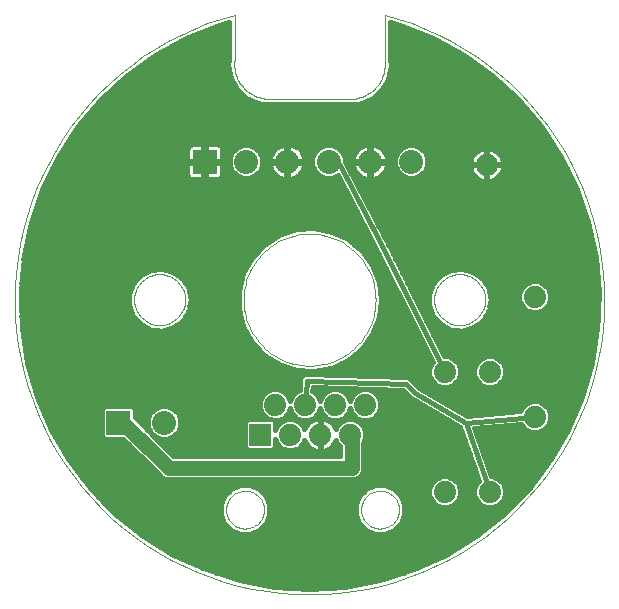
<source format=gbl>
G75*
G70*
%OFA0B0*%
%FSLAX24Y24*%
%IPPOS*%
%LPD*%
%AMOC8*
5,1,8,0,0,1.08239X$1,22.5*
%
%ADD10C,0.0010*%
%ADD11C,0.0740*%
%ADD12R,0.0740X0.0740*%
%ADD13C,0.0000*%
%ADD14R,0.0800X0.0800*%
%ADD15C,0.0800*%
%ADD16C,0.0150*%
%ADD17C,0.0160*%
%ADD18C,0.0300*%
%ADD19C,0.0500*%
D10*
X004130Y011392D02*
X004132Y011450D01*
X004138Y011508D01*
X004148Y011565D01*
X004162Y011621D01*
X004179Y011677D01*
X004200Y011731D01*
X004225Y011783D01*
X004254Y011834D01*
X004286Y011882D01*
X004321Y011928D01*
X004359Y011972D01*
X004400Y012013D01*
X004444Y012051D01*
X004490Y012086D01*
X004538Y012118D01*
X004589Y012147D01*
X004641Y012172D01*
X004695Y012193D01*
X004751Y012210D01*
X004807Y012224D01*
X004864Y012234D01*
X004922Y012240D01*
X004980Y012242D01*
X005038Y012240D01*
X005096Y012234D01*
X005153Y012224D01*
X005209Y012210D01*
X005265Y012193D01*
X005319Y012172D01*
X005371Y012147D01*
X005422Y012118D01*
X005470Y012086D01*
X005516Y012051D01*
X005560Y012013D01*
X005601Y011972D01*
X005639Y011928D01*
X005674Y011882D01*
X005706Y011834D01*
X005735Y011783D01*
X005760Y011731D01*
X005781Y011677D01*
X005798Y011621D01*
X005812Y011565D01*
X005822Y011508D01*
X005828Y011450D01*
X005830Y011392D01*
X005828Y011334D01*
X005822Y011276D01*
X005812Y011219D01*
X005798Y011163D01*
X005781Y011107D01*
X005760Y011053D01*
X005735Y011001D01*
X005706Y010950D01*
X005674Y010902D01*
X005639Y010856D01*
X005601Y010812D01*
X005560Y010771D01*
X005516Y010733D01*
X005470Y010698D01*
X005422Y010666D01*
X005371Y010637D01*
X005319Y010612D01*
X005265Y010591D01*
X005209Y010574D01*
X005153Y010560D01*
X005096Y010550D01*
X005038Y010544D01*
X004980Y010542D01*
X004922Y010544D01*
X004864Y010550D01*
X004807Y010560D01*
X004751Y010574D01*
X004695Y010591D01*
X004641Y010612D01*
X004589Y010637D01*
X004538Y010666D01*
X004490Y010698D01*
X004444Y010733D01*
X004400Y010771D01*
X004359Y010812D01*
X004321Y010856D01*
X004286Y010902D01*
X004254Y010950D01*
X004225Y011001D01*
X004200Y011053D01*
X004179Y011107D01*
X004162Y011163D01*
X004148Y011219D01*
X004138Y011276D01*
X004132Y011334D01*
X004130Y011392D01*
X007780Y011392D02*
X007783Y011500D01*
X007791Y011608D01*
X007804Y011715D01*
X007822Y011821D01*
X007846Y011927D01*
X007875Y012031D01*
X007909Y012133D01*
X007947Y012234D01*
X007991Y012333D01*
X008040Y012429D01*
X008093Y012523D01*
X008151Y012614D01*
X008213Y012703D01*
X008279Y012788D01*
X008350Y012869D01*
X008424Y012948D01*
X008503Y013022D01*
X008584Y013093D01*
X008669Y013159D01*
X008758Y013221D01*
X008849Y013279D01*
X008943Y013332D01*
X009039Y013381D01*
X009138Y013425D01*
X009239Y013463D01*
X009341Y013497D01*
X009445Y013526D01*
X009551Y013550D01*
X009657Y013568D01*
X009764Y013581D01*
X009872Y013589D01*
X009980Y013592D01*
X010088Y013589D01*
X010196Y013581D01*
X010303Y013568D01*
X010409Y013550D01*
X010515Y013526D01*
X010619Y013497D01*
X010721Y013463D01*
X010822Y013425D01*
X010921Y013381D01*
X011017Y013332D01*
X011111Y013279D01*
X011202Y013221D01*
X011291Y013159D01*
X011376Y013093D01*
X011457Y013022D01*
X011536Y012948D01*
X011610Y012869D01*
X011681Y012788D01*
X011747Y012703D01*
X011809Y012614D01*
X011867Y012523D01*
X011920Y012429D01*
X011969Y012333D01*
X012013Y012234D01*
X012051Y012133D01*
X012085Y012031D01*
X012114Y011927D01*
X012138Y011821D01*
X012156Y011715D01*
X012169Y011608D01*
X012177Y011500D01*
X012180Y011392D01*
X012177Y011284D01*
X012169Y011176D01*
X012156Y011069D01*
X012138Y010963D01*
X012114Y010857D01*
X012085Y010753D01*
X012051Y010651D01*
X012013Y010550D01*
X011969Y010451D01*
X011920Y010355D01*
X011867Y010261D01*
X011809Y010170D01*
X011747Y010081D01*
X011681Y009996D01*
X011610Y009915D01*
X011536Y009836D01*
X011457Y009762D01*
X011376Y009691D01*
X011291Y009625D01*
X011202Y009563D01*
X011111Y009505D01*
X011017Y009452D01*
X010921Y009403D01*
X010822Y009359D01*
X010721Y009321D01*
X010619Y009287D01*
X010515Y009258D01*
X010409Y009234D01*
X010303Y009216D01*
X010196Y009203D01*
X010088Y009195D01*
X009980Y009192D01*
X009872Y009195D01*
X009764Y009203D01*
X009657Y009216D01*
X009551Y009234D01*
X009445Y009258D01*
X009341Y009287D01*
X009239Y009321D01*
X009138Y009359D01*
X009039Y009403D01*
X008943Y009452D01*
X008849Y009505D01*
X008758Y009563D01*
X008669Y009625D01*
X008584Y009691D01*
X008503Y009762D01*
X008424Y009836D01*
X008350Y009915D01*
X008279Y009996D01*
X008213Y010081D01*
X008151Y010170D01*
X008093Y010261D01*
X008040Y010355D01*
X007991Y010451D01*
X007947Y010550D01*
X007909Y010651D01*
X007875Y010753D01*
X007846Y010857D01*
X007822Y010963D01*
X007804Y011069D01*
X007791Y011176D01*
X007783Y011284D01*
X007780Y011392D01*
X007480Y020892D02*
X007019Y020758D01*
X006565Y020602D01*
X006119Y020424D01*
X005682Y020225D01*
X005256Y020004D01*
X004840Y019763D01*
X004437Y019502D01*
X004048Y019221D01*
X003672Y018922D01*
X003312Y018605D01*
X002967Y018270D01*
X002640Y017920D01*
X002329Y017553D01*
X002037Y017172D01*
X001764Y016777D01*
X001511Y016369D01*
X001278Y015949D01*
X001066Y015518D01*
X000875Y015078D01*
X000705Y014629D01*
X000558Y014171D01*
X000434Y013708D01*
X000332Y013238D01*
X000253Y012765D01*
X000198Y012288D01*
X000166Y011809D01*
X000157Y011329D01*
X000172Y010849D01*
X000210Y010370D01*
X000272Y009894D01*
X000357Y009421D01*
X000465Y008953D01*
X000595Y008491D01*
X000748Y008036D01*
X000923Y007589D01*
X001120Y007151D01*
X001337Y006723D01*
X001576Y006306D01*
X001835Y005902D01*
X002113Y005510D01*
X002409Y005133D01*
X002724Y004770D01*
X003057Y004424D01*
X003405Y004094D01*
X003770Y003781D01*
X004149Y003487D01*
X004542Y003211D01*
X004949Y002955D01*
X005367Y002720D01*
X005796Y002505D01*
X006236Y002311D01*
X006684Y002139D01*
X007140Y001989D01*
X007603Y001861D01*
X008071Y001756D01*
X008545Y001674D01*
X009021Y001616D01*
X009500Y001581D01*
X009980Y001569D01*
X010460Y001581D01*
X010939Y001616D01*
X011415Y001674D01*
X011889Y001756D01*
X012357Y001861D01*
X012820Y001989D01*
X013276Y002139D01*
X013724Y002311D01*
X014164Y002505D01*
X014593Y002720D01*
X015011Y002955D01*
X015418Y003211D01*
X015811Y003487D01*
X016190Y003781D01*
X016555Y004094D01*
X016903Y004424D01*
X017236Y004770D01*
X017551Y005133D01*
X017847Y005510D01*
X018125Y005902D01*
X018384Y006306D01*
X018623Y006723D01*
X018840Y007151D01*
X019037Y007589D01*
X019212Y008036D01*
X019365Y008491D01*
X019495Y008953D01*
X019603Y009421D01*
X019688Y009894D01*
X019750Y010370D01*
X019788Y010849D01*
X019803Y011329D01*
X019794Y011809D01*
X019762Y012288D01*
X019707Y012765D01*
X019628Y013238D01*
X019526Y013708D01*
X019402Y014171D01*
X019255Y014629D01*
X019085Y015078D01*
X018894Y015518D01*
X018682Y015949D01*
X018449Y016369D01*
X018196Y016777D01*
X017923Y017172D01*
X017631Y017553D01*
X017320Y017920D01*
X016993Y018270D01*
X016648Y018605D01*
X016288Y018922D01*
X015912Y019221D01*
X015523Y019502D01*
X015120Y019763D01*
X014704Y020004D01*
X014278Y020225D01*
X013841Y020424D01*
X013395Y020602D01*
X012941Y020758D01*
X012480Y020892D01*
X012480Y019392D01*
X012487Y019327D01*
X012490Y019262D01*
X012489Y019197D01*
X012485Y019132D01*
X012477Y019068D01*
X012465Y019004D01*
X012450Y018940D01*
X012431Y018878D01*
X012409Y018817D01*
X012384Y018757D01*
X012355Y018699D01*
X012323Y018642D01*
X012288Y018587D01*
X012249Y018535D01*
X012208Y018484D01*
X012164Y018436D01*
X012118Y018391D01*
X012069Y018348D01*
X012018Y018308D01*
X011964Y018271D01*
X011909Y018237D01*
X011852Y018206D01*
X011793Y018178D01*
X011732Y018154D01*
X011671Y018133D01*
X011608Y018116D01*
X011544Y018102D01*
X011480Y018092D01*
X008480Y018092D01*
X008416Y018102D01*
X008352Y018116D01*
X008289Y018133D01*
X008228Y018154D01*
X008167Y018178D01*
X008108Y018206D01*
X008051Y018237D01*
X007996Y018271D01*
X007942Y018308D01*
X007891Y018348D01*
X007842Y018391D01*
X007796Y018436D01*
X007752Y018484D01*
X007711Y018535D01*
X007672Y018587D01*
X007637Y018642D01*
X007605Y018699D01*
X007576Y018757D01*
X007551Y018817D01*
X007529Y018878D01*
X007510Y018940D01*
X007495Y019004D01*
X007483Y019068D01*
X007475Y019132D01*
X007471Y019197D01*
X007470Y019262D01*
X007473Y019327D01*
X007480Y019392D01*
X007480Y020892D01*
X014130Y011392D02*
X014132Y011450D01*
X014138Y011508D01*
X014148Y011565D01*
X014162Y011621D01*
X014179Y011677D01*
X014200Y011731D01*
X014225Y011783D01*
X014254Y011834D01*
X014286Y011882D01*
X014321Y011928D01*
X014359Y011972D01*
X014400Y012013D01*
X014444Y012051D01*
X014490Y012086D01*
X014538Y012118D01*
X014589Y012147D01*
X014641Y012172D01*
X014695Y012193D01*
X014751Y012210D01*
X014807Y012224D01*
X014864Y012234D01*
X014922Y012240D01*
X014980Y012242D01*
X015038Y012240D01*
X015096Y012234D01*
X015153Y012224D01*
X015209Y012210D01*
X015265Y012193D01*
X015319Y012172D01*
X015371Y012147D01*
X015422Y012118D01*
X015470Y012086D01*
X015516Y012051D01*
X015560Y012013D01*
X015601Y011972D01*
X015639Y011928D01*
X015674Y011882D01*
X015706Y011834D01*
X015735Y011783D01*
X015760Y011731D01*
X015781Y011677D01*
X015798Y011621D01*
X015812Y011565D01*
X015822Y011508D01*
X015828Y011450D01*
X015830Y011392D01*
X015828Y011334D01*
X015822Y011276D01*
X015812Y011219D01*
X015798Y011163D01*
X015781Y011107D01*
X015760Y011053D01*
X015735Y011001D01*
X015706Y010950D01*
X015674Y010902D01*
X015639Y010856D01*
X015601Y010812D01*
X015560Y010771D01*
X015516Y010733D01*
X015470Y010698D01*
X015422Y010666D01*
X015371Y010637D01*
X015319Y010612D01*
X015265Y010591D01*
X015209Y010574D01*
X015153Y010560D01*
X015096Y010550D01*
X015038Y010544D01*
X014980Y010542D01*
X014922Y010544D01*
X014864Y010550D01*
X014807Y010560D01*
X014751Y010574D01*
X014695Y010591D01*
X014641Y010612D01*
X014589Y010637D01*
X014538Y010666D01*
X014490Y010698D01*
X014444Y010733D01*
X014400Y010771D01*
X014359Y010812D01*
X014321Y010856D01*
X014286Y010902D01*
X014254Y010950D01*
X014225Y011001D01*
X014200Y011053D01*
X014179Y011107D01*
X014162Y011163D01*
X014148Y011219D01*
X014138Y011276D01*
X014132Y011334D01*
X014130Y011392D01*
D11*
X014480Y008992D03*
X015980Y008992D03*
X017480Y007492D03*
X015980Y004992D03*
X014480Y004992D03*
X011830Y007892D03*
X010830Y007892D03*
X009830Y007892D03*
X008830Y007892D03*
X009330Y006892D03*
X010330Y006892D03*
X011330Y006892D03*
X017480Y011492D03*
X015880Y015892D03*
D12*
X008330Y006892D03*
D13*
X007200Y004392D02*
X007202Y004442D01*
X007208Y004492D01*
X007218Y004541D01*
X007232Y004589D01*
X007249Y004636D01*
X007270Y004681D01*
X007295Y004725D01*
X007323Y004766D01*
X007355Y004805D01*
X007389Y004842D01*
X007426Y004876D01*
X007466Y004906D01*
X007508Y004933D01*
X007552Y004957D01*
X007598Y004978D01*
X007645Y004994D01*
X007693Y005007D01*
X007743Y005016D01*
X007792Y005021D01*
X007843Y005022D01*
X007893Y005019D01*
X007942Y005012D01*
X007991Y005001D01*
X008039Y004986D01*
X008085Y004968D01*
X008130Y004946D01*
X008173Y004920D01*
X008214Y004891D01*
X008253Y004859D01*
X008289Y004824D01*
X008321Y004786D01*
X008351Y004746D01*
X008378Y004703D01*
X008401Y004659D01*
X008420Y004613D01*
X008436Y004565D01*
X008448Y004516D01*
X008456Y004467D01*
X008460Y004417D01*
X008460Y004367D01*
X008456Y004317D01*
X008448Y004268D01*
X008436Y004219D01*
X008420Y004171D01*
X008401Y004125D01*
X008378Y004081D01*
X008351Y004038D01*
X008321Y003998D01*
X008289Y003960D01*
X008253Y003925D01*
X008214Y003893D01*
X008173Y003864D01*
X008130Y003838D01*
X008085Y003816D01*
X008039Y003798D01*
X007991Y003783D01*
X007942Y003772D01*
X007893Y003765D01*
X007843Y003762D01*
X007792Y003763D01*
X007743Y003768D01*
X007693Y003777D01*
X007645Y003790D01*
X007598Y003806D01*
X007552Y003827D01*
X007508Y003851D01*
X007466Y003878D01*
X007426Y003908D01*
X007389Y003942D01*
X007355Y003979D01*
X007323Y004018D01*
X007295Y004059D01*
X007270Y004103D01*
X007249Y004148D01*
X007232Y004195D01*
X007218Y004243D01*
X007208Y004292D01*
X007202Y004342D01*
X007200Y004392D01*
X011700Y004392D02*
X011702Y004442D01*
X011708Y004492D01*
X011718Y004541D01*
X011732Y004589D01*
X011749Y004636D01*
X011770Y004681D01*
X011795Y004725D01*
X011823Y004766D01*
X011855Y004805D01*
X011889Y004842D01*
X011926Y004876D01*
X011966Y004906D01*
X012008Y004933D01*
X012052Y004957D01*
X012098Y004978D01*
X012145Y004994D01*
X012193Y005007D01*
X012243Y005016D01*
X012292Y005021D01*
X012343Y005022D01*
X012393Y005019D01*
X012442Y005012D01*
X012491Y005001D01*
X012539Y004986D01*
X012585Y004968D01*
X012630Y004946D01*
X012673Y004920D01*
X012714Y004891D01*
X012753Y004859D01*
X012789Y004824D01*
X012821Y004786D01*
X012851Y004746D01*
X012878Y004703D01*
X012901Y004659D01*
X012920Y004613D01*
X012936Y004565D01*
X012948Y004516D01*
X012956Y004467D01*
X012960Y004417D01*
X012960Y004367D01*
X012956Y004317D01*
X012948Y004268D01*
X012936Y004219D01*
X012920Y004171D01*
X012901Y004125D01*
X012878Y004081D01*
X012851Y004038D01*
X012821Y003998D01*
X012789Y003960D01*
X012753Y003925D01*
X012714Y003893D01*
X012673Y003864D01*
X012630Y003838D01*
X012585Y003816D01*
X012539Y003798D01*
X012491Y003783D01*
X012442Y003772D01*
X012393Y003765D01*
X012343Y003762D01*
X012292Y003763D01*
X012243Y003768D01*
X012193Y003777D01*
X012145Y003790D01*
X012098Y003806D01*
X012052Y003827D01*
X012008Y003851D01*
X011966Y003878D01*
X011926Y003908D01*
X011889Y003942D01*
X011855Y003979D01*
X011823Y004018D01*
X011795Y004059D01*
X011770Y004103D01*
X011749Y004148D01*
X011732Y004195D01*
X011718Y004243D01*
X011708Y004292D01*
X011702Y004342D01*
X011700Y004392D01*
D14*
X003610Y007292D03*
X006480Y015992D03*
D15*
X007858Y015992D03*
X009236Y015992D03*
X010614Y015992D03*
X011992Y015992D03*
X013370Y015992D03*
X005128Y007292D03*
D16*
X009830Y007892D02*
X009880Y008692D01*
X013180Y008592D01*
X013480Y008292D01*
X015180Y007292D01*
X017480Y007492D01*
X015180Y007292D02*
X015980Y004992D01*
X014480Y008992D02*
X012280Y013392D01*
X010980Y015892D01*
X010614Y015992D01*
X009236Y015992D02*
X009180Y017092D01*
X011980Y017092D01*
X015880Y017092D01*
X015880Y015892D01*
X011992Y015992D02*
X011980Y017092D01*
X009180Y017092D02*
X006480Y017092D01*
X006480Y015992D01*
D17*
X007035Y004194D02*
X003577Y004194D01*
X003506Y004251D02*
X002681Y005097D01*
X001965Y006038D01*
X001370Y007060D01*
X000904Y008146D01*
X000575Y009282D01*
X000388Y010449D01*
X000344Y011631D01*
X000446Y012808D01*
X000691Y013965D01*
X001076Y015083D01*
X001595Y016145D01*
X002240Y017136D01*
X003001Y018040D01*
X003868Y018845D01*
X004826Y019537D01*
X005862Y020106D01*
X006960Y020545D01*
X007295Y020644D01*
X007295Y019404D01*
X007269Y019205D01*
X007269Y019205D01*
X007347Y018786D01*
X007551Y018412D01*
X007551Y018412D01*
X007860Y018119D01*
X007860Y018119D01*
X008245Y017936D01*
X008394Y017917D01*
X008403Y017907D01*
X008468Y017907D01*
X008532Y017899D01*
X008543Y017907D01*
X011417Y017907D01*
X011428Y017899D01*
X011492Y017907D01*
X011557Y017907D01*
X011566Y017917D01*
X011715Y017936D01*
X012100Y018119D01*
X012409Y018412D01*
X012613Y018786D01*
X012691Y019205D01*
X012665Y019404D01*
X012665Y020644D01*
X013000Y020545D01*
X014098Y020106D01*
X015134Y019537D01*
X016092Y018845D01*
X016959Y018040D01*
X017720Y017136D01*
X018365Y016145D01*
X018884Y015083D01*
X019269Y013965D01*
X019514Y012808D01*
X019616Y011631D01*
X019572Y010449D01*
X019385Y009282D01*
X019056Y008146D01*
X018590Y007060D01*
X017995Y006038D01*
X017279Y005097D01*
X016454Y004251D01*
X015531Y003512D01*
X014524Y002892D01*
X013449Y002399D01*
X012322Y002042D01*
X011160Y001826D01*
X009980Y001753D01*
X008800Y001826D01*
X007638Y002042D01*
X006511Y002399D01*
X005436Y002892D01*
X004429Y003512D01*
X003506Y004251D01*
X003407Y004353D02*
X007020Y004353D01*
X007020Y004231D02*
X007143Y003933D01*
X007371Y003705D01*
X007669Y003582D01*
X007991Y003582D01*
X008289Y003705D01*
X008517Y003933D01*
X008640Y004231D01*
X008640Y004553D01*
X008517Y004851D01*
X008289Y005079D01*
X007991Y005202D01*
X007669Y005202D01*
X007371Y005079D01*
X007143Y004851D01*
X007020Y004553D01*
X007020Y004231D01*
X007101Y004036D02*
X003775Y004036D01*
X003973Y003877D02*
X007199Y003877D01*
X007358Y003719D02*
X004171Y003719D01*
X004369Y003560D02*
X015591Y003560D01*
X015789Y003719D02*
X012802Y003719D01*
X012789Y003705D02*
X013017Y003933D01*
X013140Y004231D01*
X013140Y004553D01*
X013017Y004851D01*
X012789Y005079D01*
X012491Y005202D01*
X012169Y005202D01*
X011871Y005079D01*
X011643Y004851D01*
X011520Y004553D01*
X011520Y004231D01*
X011643Y003933D01*
X011871Y003705D01*
X012169Y003582D01*
X012491Y003582D01*
X012789Y003705D01*
X012961Y003877D02*
X015987Y003877D01*
X016185Y004036D02*
X013059Y004036D01*
X013125Y004194D02*
X016383Y004194D01*
X016553Y004353D02*
X013140Y004353D01*
X013140Y004511D02*
X014307Y004511D01*
X014379Y004482D02*
X014581Y004482D01*
X014769Y004560D01*
X014912Y004703D01*
X014990Y004891D01*
X014990Y005093D01*
X014912Y005281D01*
X014769Y005424D01*
X014581Y005502D01*
X014379Y005502D01*
X014191Y005424D01*
X014048Y005281D01*
X013970Y005093D01*
X013970Y004891D01*
X014048Y004703D01*
X014191Y004560D01*
X014379Y004482D01*
X014081Y004670D02*
X013091Y004670D01*
X013026Y004828D02*
X013996Y004828D01*
X013970Y004987D02*
X012880Y004987D01*
X012627Y005145D02*
X013992Y005145D01*
X014071Y005304D02*
X002524Y005304D01*
X002644Y005145D02*
X007533Y005145D01*
X007280Y004987D02*
X002788Y004987D01*
X002943Y004828D02*
X007134Y004828D01*
X007069Y004670D02*
X003098Y004670D01*
X003252Y004511D02*
X007020Y004511D01*
X008127Y005145D02*
X012033Y005145D01*
X011780Y004987D02*
X008380Y004987D01*
X008526Y004828D02*
X011634Y004828D01*
X011569Y004670D02*
X008591Y004670D01*
X008640Y004511D02*
X011520Y004511D01*
X011520Y004353D02*
X008640Y004353D01*
X008625Y004194D02*
X011535Y004194D01*
X011601Y004036D02*
X008559Y004036D01*
X008461Y003877D02*
X011699Y003877D01*
X011858Y003719D02*
X008302Y003719D01*
X007349Y002134D02*
X012611Y002134D01*
X013112Y002292D02*
X006848Y002292D01*
X006398Y002451D02*
X013562Y002451D01*
X013908Y002609D02*
X006052Y002609D01*
X005706Y002768D02*
X014254Y002768D01*
X014580Y002926D02*
X005380Y002926D01*
X005123Y003085D02*
X014837Y003085D01*
X015095Y003243D02*
X004865Y003243D01*
X004608Y003402D02*
X015352Y003402D01*
X015807Y004511D02*
X014653Y004511D01*
X014879Y004670D02*
X015581Y004670D01*
X015548Y004703D02*
X015691Y004560D01*
X015879Y004482D01*
X016081Y004482D01*
X016269Y004560D01*
X016412Y004703D01*
X016490Y004891D01*
X016490Y005093D01*
X016412Y005281D01*
X016269Y005424D01*
X016081Y005502D01*
X016030Y005502D01*
X015474Y007102D01*
X017033Y007237D01*
X017048Y007203D01*
X017191Y007060D01*
X017379Y006982D01*
X017581Y006982D01*
X017769Y007060D01*
X017912Y007203D01*
X017990Y007391D01*
X017990Y007593D01*
X017912Y007781D01*
X017769Y007924D01*
X017581Y008002D01*
X017379Y008002D01*
X017191Y007924D01*
X017048Y007781D01*
X017000Y007666D01*
X015230Y007512D01*
X013613Y008463D01*
X013334Y008742D01*
X013276Y008804D01*
X013272Y008804D01*
X013269Y008807D01*
X013183Y008807D01*
X009890Y008907D01*
X009805Y008912D01*
X009802Y008909D01*
X009797Y008910D01*
X009735Y008851D01*
X009671Y008794D01*
X009671Y008790D01*
X009668Y008787D01*
X009665Y008702D01*
X009644Y008367D01*
X009541Y008324D01*
X009398Y008181D01*
X009330Y008018D01*
X009262Y008181D01*
X009119Y008324D01*
X008931Y008402D01*
X008729Y008402D01*
X008541Y008324D01*
X008398Y008181D01*
X008320Y007993D01*
X008320Y007791D01*
X008398Y007603D01*
X008541Y007460D01*
X008680Y007402D01*
X007902Y007402D01*
X007820Y007320D01*
X007820Y006464D01*
X007902Y006382D01*
X008758Y006382D01*
X008840Y006464D01*
X008840Y006742D01*
X008898Y006603D01*
X009041Y006460D01*
X009229Y006382D01*
X009431Y006382D01*
X009619Y006460D01*
X009762Y006603D01*
X009809Y006716D01*
X009820Y006681D01*
X009860Y006604D01*
X009910Y006534D01*
X009972Y006472D01*
X010042Y006422D01*
X010119Y006382D01*
X010201Y006356D01*
X010287Y006342D01*
X010312Y006342D01*
X010312Y006874D01*
X010348Y006874D01*
X010348Y006342D01*
X010373Y006342D01*
X010459Y006356D01*
X010541Y006382D01*
X010618Y006422D01*
X010688Y006472D01*
X010750Y006534D01*
X010800Y006604D01*
X010840Y006681D01*
X010851Y006716D01*
X010898Y006603D01*
X010990Y006511D01*
X010990Y006182D01*
X005442Y006182D01*
X004150Y007474D01*
X004150Y007750D01*
X004068Y007832D01*
X003736Y007832D01*
X003688Y007852D01*
X003532Y007852D01*
X003484Y007832D01*
X003152Y007832D01*
X003070Y007750D01*
X003070Y006834D01*
X003152Y006752D01*
X003768Y006752D01*
X004949Y005571D01*
X005059Y005461D01*
X005202Y005402D01*
X011458Y005402D01*
X011601Y005461D01*
X011711Y005571D01*
X011770Y005714D01*
X011770Y006622D01*
X011840Y006791D01*
X011840Y006993D01*
X011762Y007181D01*
X011619Y007324D01*
X011431Y007402D01*
X011229Y007402D01*
X011041Y007324D01*
X010898Y007181D01*
X010851Y007068D01*
X010840Y007103D01*
X010800Y007180D01*
X010750Y007250D01*
X010688Y007311D01*
X010618Y007362D01*
X010541Y007402D01*
X010459Y007428D01*
X010373Y007442D01*
X010348Y007442D01*
X010348Y006910D01*
X010312Y006910D01*
X010312Y007442D01*
X010287Y007442D01*
X010201Y007428D01*
X010119Y007402D01*
X010042Y007362D01*
X009972Y007311D01*
X009910Y007250D01*
X009860Y007180D01*
X009820Y007103D01*
X009809Y007068D01*
X009762Y007181D01*
X009619Y007324D01*
X009431Y007402D01*
X009229Y007402D01*
X009041Y007324D01*
X008898Y007181D01*
X008840Y007042D01*
X008840Y007320D01*
X008778Y007382D01*
X008931Y007382D01*
X009119Y007460D01*
X009262Y007603D01*
X009330Y007766D01*
X009398Y007603D01*
X009541Y007460D01*
X009729Y007382D01*
X009931Y007382D01*
X010119Y007460D01*
X010262Y007603D01*
X010330Y007766D01*
X010398Y007603D01*
X010541Y007460D01*
X010729Y007382D01*
X010931Y007382D01*
X011119Y007460D01*
X011262Y007603D01*
X011330Y007766D01*
X011398Y007603D01*
X011541Y007460D01*
X011729Y007382D01*
X011931Y007382D01*
X012119Y007460D01*
X012262Y007603D01*
X012340Y007791D01*
X012340Y007993D01*
X012262Y008181D01*
X012119Y008324D01*
X011931Y008402D01*
X011729Y008402D01*
X011541Y008324D01*
X011398Y008181D01*
X011330Y008018D01*
X011262Y008181D01*
X011119Y008324D01*
X010931Y008402D01*
X010729Y008402D01*
X010541Y008324D01*
X010398Y008181D01*
X010330Y008018D01*
X010262Y008181D01*
X010119Y008324D01*
X010074Y008343D01*
X010082Y008471D01*
X013088Y008380D01*
X013287Y008181D01*
X013294Y008152D01*
X013347Y008121D01*
X013391Y008077D01*
X013421Y008077D01*
X015003Y007147D01*
X015625Y005358D01*
X015548Y005281D01*
X015470Y005093D01*
X015470Y004891D01*
X015548Y004703D01*
X015496Y004828D02*
X014964Y004828D01*
X014990Y004987D02*
X015470Y004987D01*
X015492Y005145D02*
X014968Y005145D01*
X014889Y005304D02*
X015571Y005304D01*
X015589Y005462D02*
X014677Y005462D01*
X014283Y005462D02*
X011602Y005462D01*
X011731Y005621D02*
X015534Y005621D01*
X015478Y005779D02*
X011770Y005779D01*
X011770Y005938D02*
X015423Y005938D01*
X015368Y006096D02*
X011770Y006096D01*
X011770Y006255D02*
X015313Y006255D01*
X015258Y006413D02*
X011770Y006413D01*
X011770Y006572D02*
X015203Y006572D01*
X015148Y006730D02*
X011815Y006730D01*
X011840Y006889D02*
X015093Y006889D01*
X015037Y007047D02*
X011818Y007047D01*
X011737Y007206D02*
X014902Y007206D01*
X015211Y007523D02*
X015355Y007523D01*
X014942Y007681D02*
X017006Y007681D01*
X017107Y007840D02*
X014672Y007840D01*
X014403Y007998D02*
X017370Y007998D01*
X017590Y007998D02*
X018992Y007998D01*
X018924Y007840D02*
X017853Y007840D01*
X017954Y007681D02*
X018856Y007681D01*
X018789Y007523D02*
X017990Y007523D01*
X017979Y007364D02*
X018721Y007364D01*
X018653Y007206D02*
X017914Y007206D01*
X017740Y007047D02*
X018583Y007047D01*
X018491Y006889D02*
X015548Y006889D01*
X015603Y006730D02*
X018398Y006730D01*
X018306Y006572D02*
X015658Y006572D01*
X015713Y006413D02*
X018214Y006413D01*
X018121Y006255D02*
X015768Y006255D01*
X015823Y006096D02*
X018029Y006096D01*
X017919Y005938D02*
X015879Y005938D01*
X015934Y005779D02*
X017798Y005779D01*
X017678Y005621D02*
X015989Y005621D01*
X016177Y005462D02*
X017557Y005462D01*
X017436Y005304D02*
X016389Y005304D01*
X016468Y005145D02*
X017316Y005145D01*
X017172Y004987D02*
X016490Y004987D01*
X016464Y004828D02*
X017017Y004828D01*
X016862Y004670D02*
X016379Y004670D01*
X016153Y004511D02*
X016708Y004511D01*
X017220Y007047D02*
X015493Y007047D01*
X014633Y007364D02*
X011522Y007364D01*
X011478Y007523D02*
X011182Y007523D01*
X011138Y007364D02*
X010614Y007364D01*
X010478Y007523D02*
X010182Y007523D01*
X010295Y007681D02*
X010365Y007681D01*
X010348Y007364D02*
X010312Y007364D01*
X010312Y007206D02*
X010348Y007206D01*
X010348Y007047D02*
X010312Y007047D01*
X010046Y007364D02*
X009522Y007364D01*
X009478Y007523D02*
X009182Y007523D01*
X009138Y007364D02*
X008795Y007364D01*
X008840Y007206D02*
X008923Y007206D01*
X008842Y007047D02*
X008840Y007047D01*
X008840Y006730D02*
X008845Y006730D01*
X008840Y006572D02*
X008929Y006572D01*
X008790Y006413D02*
X009152Y006413D01*
X009508Y006413D02*
X010058Y006413D01*
X009883Y006572D02*
X009731Y006572D01*
X010312Y006572D02*
X010348Y006572D01*
X010348Y006730D02*
X010312Y006730D01*
X010312Y006413D02*
X010348Y006413D01*
X010602Y006413D02*
X010990Y006413D01*
X010990Y006255D02*
X005369Y006255D01*
X005210Y006413D02*
X007870Y006413D01*
X007820Y006572D02*
X005052Y006572D01*
X005021Y006752D02*
X004822Y006834D01*
X004670Y006986D01*
X004588Y007185D01*
X004588Y007399D01*
X004670Y007598D01*
X004822Y007750D01*
X005021Y007832D01*
X005235Y007832D01*
X005434Y007750D01*
X005586Y007598D01*
X005668Y007399D01*
X005668Y007185D01*
X005586Y006986D01*
X005434Y006834D01*
X005235Y006752D01*
X005021Y006752D01*
X004893Y006730D02*
X007820Y006730D01*
X007820Y006889D02*
X005489Y006889D01*
X005611Y007047D02*
X007820Y007047D01*
X007820Y007206D02*
X005668Y007206D01*
X005668Y007364D02*
X007865Y007364D01*
X008365Y007681D02*
X005502Y007681D01*
X005617Y007523D02*
X008478Y007523D01*
X008320Y007840D02*
X003716Y007840D01*
X003504Y007840D02*
X001036Y007840D01*
X001104Y007681D02*
X003070Y007681D01*
X003070Y007523D02*
X001171Y007523D01*
X001239Y007364D02*
X003070Y007364D01*
X003070Y007206D02*
X001307Y007206D01*
X001377Y007047D02*
X003070Y007047D01*
X003070Y006889D02*
X001469Y006889D01*
X001562Y006730D02*
X003790Y006730D01*
X003948Y006572D02*
X001654Y006572D01*
X001746Y006413D02*
X004107Y006413D01*
X004265Y006255D02*
X001839Y006255D01*
X001931Y006096D02*
X004424Y006096D01*
X004582Y005938D02*
X002041Y005938D01*
X002162Y005779D02*
X004741Y005779D01*
X004899Y005621D02*
X002282Y005621D01*
X002403Y005462D02*
X005058Y005462D01*
X004949Y005571D02*
X004949Y005571D01*
X004767Y006889D02*
X004735Y006889D01*
X004645Y007047D02*
X004576Y007047D01*
X004588Y007206D02*
X004418Y007206D01*
X004259Y007364D02*
X004588Y007364D01*
X004639Y007523D02*
X004150Y007523D01*
X004150Y007681D02*
X004754Y007681D01*
X005075Y010361D02*
X004697Y010396D01*
X004697Y010396D01*
X004356Y010566D01*
X004356Y010566D01*
X004100Y010847D01*
X004100Y010847D01*
X003963Y011202D01*
X003963Y011582D01*
X004100Y011937D01*
X004100Y011937D01*
X004356Y012218D01*
X004356Y012218D01*
X004697Y012387D01*
X004697Y012387D01*
X005075Y012423D01*
X005075Y012423D01*
X005441Y012318D01*
X005441Y012318D01*
X005745Y012089D01*
X005745Y012089D01*
X005945Y011766D01*
X005945Y011766D01*
X006015Y011392D01*
X006015Y011392D01*
X005945Y011018D01*
X005745Y010695D01*
X005745Y010695D01*
X005745Y010695D01*
X005441Y010465D01*
X005441Y010465D01*
X005075Y010361D01*
X005075Y010361D01*
X005127Y010376D02*
X007838Y010376D01*
X007762Y010514D02*
X008050Y009990D01*
X008460Y009554D01*
X008965Y009234D01*
X009533Y009049D01*
X010130Y009012D01*
X010717Y009124D01*
X011258Y009378D01*
X011719Y009759D01*
X012070Y010243D01*
X012290Y010799D01*
X012365Y011392D01*
X012290Y011985D01*
X012290Y011985D01*
X012070Y012541D01*
X011719Y013025D01*
X011258Y013406D01*
X010717Y013660D01*
X010130Y013772D01*
X010130Y013772D01*
X009533Y013735D01*
X008965Y013550D01*
X008965Y013550D01*
X008460Y013230D01*
X008460Y013230D01*
X008460Y013230D01*
X008050Y012794D01*
X007762Y012270D01*
X007614Y011691D01*
X007614Y011093D01*
X007762Y010514D01*
X007762Y010514D01*
X007757Y010534D02*
X005533Y010534D01*
X005743Y010693D02*
X007717Y010693D01*
X007676Y010851D02*
X005842Y010851D01*
X005940Y011010D02*
X007635Y011010D01*
X007614Y011168D02*
X005973Y011168D01*
X005945Y011018D02*
X005945Y011018D01*
X006003Y011327D02*
X007614Y011327D01*
X007614Y011485D02*
X005998Y011485D01*
X005968Y011644D02*
X007614Y011644D01*
X007642Y011802D02*
X005922Y011802D01*
X005824Y011961D02*
X007683Y011961D01*
X007724Y012119D02*
X005705Y012119D01*
X005495Y012278D02*
X007767Y012278D01*
X007762Y012270D02*
X007762Y012270D01*
X007854Y012436D02*
X000414Y012436D01*
X000400Y012278D02*
X004477Y012278D01*
X004267Y012119D02*
X000387Y012119D01*
X000373Y011961D02*
X004122Y011961D01*
X004048Y011802D02*
X000359Y011802D01*
X000346Y011644D02*
X003987Y011644D01*
X003963Y011485D02*
X000350Y011485D01*
X000356Y011327D02*
X003963Y011327D01*
X003976Y011168D02*
X000361Y011168D01*
X000367Y011010D02*
X004037Y011010D01*
X004098Y010851D02*
X000373Y010851D01*
X000379Y010693D02*
X004241Y010693D01*
X004420Y010534D02*
X000385Y010534D01*
X000399Y010376D02*
X004918Y010376D01*
X007925Y010217D02*
X000425Y010217D01*
X000450Y010059D02*
X008013Y010059D01*
X008050Y009990D02*
X008050Y009990D01*
X008135Y009900D02*
X000476Y009900D01*
X000501Y009742D02*
X008283Y009742D01*
X008432Y009583D02*
X000527Y009583D01*
X000552Y009425D02*
X008663Y009425D01*
X008460Y009554D02*
X008460Y009554D01*
X008913Y009266D02*
X000580Y009266D01*
X000626Y009108D02*
X009352Y009108D01*
X008965Y009234D02*
X008965Y009234D01*
X009671Y008791D02*
X000718Y008791D01*
X000764Y008632D02*
X009661Y008632D01*
X009651Y008474D02*
X000809Y008474D01*
X000855Y008315D02*
X008532Y008315D01*
X008388Y008157D02*
X000901Y008157D01*
X000968Y007998D02*
X008322Y007998D01*
X009128Y008315D02*
X009532Y008315D01*
X009388Y008157D02*
X009272Y008157D01*
X009295Y007681D02*
X009365Y007681D01*
X009680Y007892D02*
X009830Y007892D01*
X010272Y008157D02*
X010388Y008157D01*
X010532Y008315D02*
X010128Y008315D01*
X010635Y009108D02*
X013976Y009108D01*
X013970Y009093D02*
X013970Y008891D01*
X014048Y008703D01*
X014191Y008560D01*
X014379Y008482D01*
X014581Y008482D01*
X014769Y008560D01*
X014912Y008703D01*
X014990Y008891D01*
X014990Y009093D01*
X014912Y009281D01*
X014769Y009424D01*
X014581Y009502D01*
X014465Y009502D01*
X012511Y013410D01*
X012512Y013412D01*
X012472Y013490D01*
X012432Y013568D01*
X012431Y013568D01*
X011210Y015916D01*
X011211Y015921D01*
X011169Y015995D01*
X011154Y016024D01*
X011154Y016099D01*
X011072Y016298D01*
X010920Y016450D01*
X010721Y016532D01*
X010506Y016532D01*
X010308Y016450D01*
X010156Y016298D01*
X010074Y016099D01*
X010074Y015885D01*
X010156Y015686D01*
X010308Y015534D01*
X010506Y015452D01*
X010721Y015452D01*
X010920Y015534D01*
X010922Y015537D01*
X012088Y013294D01*
X014079Y009313D01*
X014048Y009281D01*
X013970Y009093D01*
X013970Y008949D02*
X000672Y008949D01*
X000428Y012595D02*
X007941Y012595D01*
X008028Y012753D02*
X000441Y012753D01*
X000468Y012912D02*
X008161Y012912D01*
X008050Y012794D02*
X008050Y012794D01*
X008310Y013070D02*
X000502Y013070D01*
X000535Y013229D02*
X008459Y013229D01*
X008708Y013387D02*
X000569Y013387D01*
X000603Y013546D02*
X008958Y013546D01*
X009440Y013704D02*
X000636Y013704D01*
X000670Y013863D02*
X011793Y013863D01*
X011875Y013704D02*
X010485Y013704D01*
X010717Y013660D02*
X010717Y013660D01*
X010960Y013546D02*
X011958Y013546D01*
X012040Y013387D02*
X011280Y013387D01*
X011258Y013406D02*
X011258Y013406D01*
X011472Y013229D02*
X012121Y013229D01*
X012200Y013070D02*
X011663Y013070D01*
X011719Y013025D02*
X011719Y013025D01*
X011719Y013025D01*
X011800Y012912D02*
X012280Y012912D01*
X012359Y012753D02*
X011916Y012753D01*
X012031Y012595D02*
X012438Y012595D01*
X012517Y012436D02*
X012111Y012436D01*
X012070Y012541D02*
X012070Y012541D01*
X012174Y012278D02*
X012597Y012278D01*
X012676Y012119D02*
X012237Y012119D01*
X012293Y011961D02*
X012755Y011961D01*
X012834Y011802D02*
X012313Y011802D01*
X012333Y011644D02*
X012914Y011644D01*
X012993Y011485D02*
X012353Y011485D01*
X012357Y011327D02*
X013072Y011327D01*
X013151Y011168D02*
X012337Y011168D01*
X012317Y011010D02*
X013231Y011010D01*
X013310Y010851D02*
X012297Y010851D01*
X012290Y010799D02*
X012290Y010799D01*
X012248Y010693D02*
X013389Y010693D01*
X013468Y010534D02*
X012185Y010534D01*
X012123Y010376D02*
X013548Y010376D01*
X013627Y010217D02*
X012051Y010217D01*
X012070Y010243D02*
X012070Y010243D01*
X011936Y010059D02*
X013706Y010059D01*
X013785Y009900D02*
X011821Y009900D01*
X011719Y009759D02*
X011719Y009759D01*
X011719Y009759D01*
X011698Y009742D02*
X013865Y009742D01*
X013944Y009583D02*
X011506Y009583D01*
X011314Y009425D02*
X014023Y009425D01*
X014042Y009266D02*
X011020Y009266D01*
X011128Y008315D02*
X011532Y008315D01*
X011388Y008157D02*
X011272Y008157D01*
X011295Y007681D02*
X011365Y007681D01*
X010923Y007206D02*
X010782Y007206D01*
X010777Y006572D02*
X010929Y006572D01*
X009878Y007206D02*
X009737Y007206D01*
X012182Y007523D02*
X014363Y007523D01*
X014094Y007681D02*
X012295Y007681D01*
X012340Y007840D02*
X013824Y007840D01*
X013555Y007998D02*
X012338Y007998D01*
X012272Y008157D02*
X013293Y008157D01*
X013152Y008315D02*
X012128Y008315D01*
X013288Y008791D02*
X014011Y008791D01*
X014118Y008632D02*
X013444Y008632D01*
X013602Y008474D02*
X019151Y008474D01*
X019196Y008632D02*
X016342Y008632D01*
X016412Y008703D02*
X016269Y008560D01*
X016081Y008482D01*
X015879Y008482D01*
X015691Y008560D01*
X015548Y008703D01*
X015470Y008891D01*
X015470Y009093D01*
X015548Y009281D01*
X015691Y009424D01*
X015879Y009502D01*
X016081Y009502D01*
X016269Y009424D01*
X016412Y009281D01*
X016490Y009093D01*
X016490Y008891D01*
X016412Y008703D01*
X016449Y008791D02*
X019242Y008791D01*
X019288Y008949D02*
X016490Y008949D01*
X016484Y009108D02*
X019334Y009108D01*
X019380Y009266D02*
X016418Y009266D01*
X016267Y009425D02*
X019408Y009425D01*
X019433Y009583D02*
X014425Y009583D01*
X014345Y009742D02*
X019459Y009742D01*
X019484Y009900D02*
X014266Y009900D01*
X014187Y010059D02*
X019510Y010059D01*
X019535Y010217D02*
X014108Y010217D01*
X014028Y010376D02*
X014918Y010376D01*
X015075Y010361D02*
X014697Y010396D01*
X014697Y010396D01*
X014356Y010566D01*
X014356Y010566D01*
X014100Y010847D01*
X014100Y010847D01*
X013963Y011202D01*
X013963Y011582D01*
X014100Y011937D01*
X014100Y011937D01*
X014356Y012218D01*
X014356Y012218D01*
X014697Y012387D01*
X014697Y012387D01*
X015075Y012423D01*
X015075Y012423D01*
X015441Y012318D01*
X015441Y012318D01*
X015745Y012089D01*
X015745Y012089D01*
X015945Y011766D01*
X015945Y011766D01*
X016015Y011392D01*
X016015Y011392D01*
X015945Y011018D01*
X015745Y010695D01*
X015745Y010695D01*
X015441Y010465D01*
X015441Y010465D01*
X015075Y010361D01*
X015075Y010361D01*
X015127Y010376D02*
X019561Y010376D01*
X019572Y010449D02*
X019572Y010449D01*
X019575Y010534D02*
X015533Y010534D01*
X015743Y010693D02*
X019581Y010693D01*
X019587Y010851D02*
X015842Y010851D01*
X015940Y011010D02*
X017311Y011010D01*
X017379Y010982D02*
X017581Y010982D01*
X017769Y011060D01*
X017912Y011203D01*
X017990Y011391D01*
X017990Y011593D01*
X017912Y011781D01*
X017769Y011924D01*
X017581Y012002D01*
X017379Y012002D01*
X017191Y011924D01*
X017048Y011781D01*
X016970Y011593D01*
X016970Y011391D01*
X017048Y011203D01*
X017191Y011060D01*
X017379Y010982D01*
X017649Y011010D02*
X019593Y011010D01*
X019599Y011168D02*
X017878Y011168D01*
X017964Y011327D02*
X019604Y011327D01*
X019610Y011485D02*
X017990Y011485D01*
X017969Y011644D02*
X019614Y011644D01*
X019601Y011802D02*
X017891Y011802D01*
X017680Y011961D02*
X019587Y011961D01*
X019573Y012119D02*
X015705Y012119D01*
X015745Y012089D02*
X015745Y012089D01*
X015824Y011961D02*
X017280Y011961D01*
X017069Y011802D02*
X015922Y011802D01*
X015968Y011644D02*
X016991Y011644D01*
X016970Y011485D02*
X015998Y011485D01*
X016003Y011327D02*
X016996Y011327D01*
X017082Y011168D02*
X015973Y011168D01*
X015945Y011018D02*
X015945Y011018D01*
X015495Y012278D02*
X019560Y012278D01*
X019546Y012436D02*
X012998Y012436D01*
X013077Y012278D02*
X014477Y012278D01*
X014267Y012119D02*
X013157Y012119D01*
X013236Y011961D02*
X014122Y011961D01*
X014048Y011802D02*
X013315Y011802D01*
X013394Y011644D02*
X013987Y011644D01*
X013963Y011485D02*
X013474Y011485D01*
X013553Y011327D02*
X013963Y011327D01*
X013976Y011168D02*
X013632Y011168D01*
X013711Y011010D02*
X014037Y011010D01*
X014098Y010851D02*
X013791Y010851D01*
X013870Y010693D02*
X014241Y010693D01*
X014420Y010534D02*
X013949Y010534D01*
X014767Y009425D02*
X015693Y009425D01*
X015542Y009266D02*
X014918Y009266D01*
X014984Y009108D02*
X015476Y009108D01*
X015470Y008949D02*
X014990Y008949D01*
X014949Y008791D02*
X015511Y008791D01*
X015618Y008632D02*
X014842Y008632D01*
X014134Y008157D02*
X019059Y008157D01*
X019105Y008315D02*
X013864Y008315D01*
X016673Y007206D02*
X017046Y007206D01*
X019532Y012595D02*
X012919Y012595D01*
X012840Y012753D02*
X019519Y012753D01*
X019492Y012912D02*
X012760Y012912D01*
X012681Y013070D02*
X019458Y013070D01*
X019425Y013229D02*
X012602Y013229D01*
X012523Y013387D02*
X019391Y013387D01*
X019357Y013546D02*
X012443Y013546D01*
X012360Y013704D02*
X019324Y013704D01*
X019290Y013863D02*
X012277Y013863D01*
X012195Y014021D02*
X019249Y014021D01*
X019195Y014180D02*
X012113Y014180D01*
X012030Y014339D02*
X019140Y014339D01*
X019086Y014497D02*
X011948Y014497D01*
X011865Y014656D02*
X019031Y014656D01*
X018976Y014814D02*
X011783Y014814D01*
X011700Y014973D02*
X018922Y014973D01*
X018860Y015131D02*
X011618Y015131D01*
X011536Y015290D02*
X018783Y015290D01*
X018705Y015448D02*
X016205Y015448D01*
X016238Y015472D02*
X016300Y015534D01*
X016350Y015604D01*
X016390Y015681D01*
X016416Y015763D01*
X016430Y015849D01*
X016430Y015872D01*
X015900Y015872D01*
X015900Y015912D01*
X015860Y015912D01*
X015860Y016442D01*
X015837Y016442D01*
X015751Y016428D01*
X015669Y016402D01*
X015592Y016362D01*
X015522Y016311D01*
X015460Y016250D01*
X015410Y016180D01*
X015370Y016103D01*
X015344Y016021D01*
X015330Y015935D01*
X015330Y015912D01*
X015860Y015912D01*
X015860Y015872D01*
X015330Y015872D01*
X015330Y015849D01*
X015344Y015763D01*
X015370Y015681D01*
X015410Y015604D01*
X015460Y015534D01*
X015522Y015472D01*
X015592Y015422D01*
X015669Y015382D01*
X015751Y015356D01*
X015837Y015342D01*
X015860Y015342D01*
X015860Y015872D01*
X015900Y015872D01*
X015900Y015342D01*
X015923Y015342D01*
X016009Y015356D01*
X016091Y015382D01*
X016168Y015422D01*
X016238Y015472D01*
X016352Y015607D02*
X018628Y015607D01*
X018551Y015765D02*
X016417Y015765D01*
X016430Y015912D02*
X016430Y015935D01*
X016416Y016021D01*
X016390Y016103D01*
X016350Y016180D01*
X016300Y016250D01*
X016238Y016311D01*
X016168Y016362D01*
X016091Y016402D01*
X016009Y016428D01*
X015923Y016442D01*
X015900Y016442D01*
X015900Y015912D01*
X016430Y015912D01*
X016430Y015924D02*
X018473Y015924D01*
X018396Y016082D02*
X016397Y016082D01*
X016307Y016241D02*
X018303Y016241D01*
X018200Y016399D02*
X016096Y016399D01*
X015900Y016399D02*
X015860Y016399D01*
X015860Y016241D02*
X015900Y016241D01*
X015900Y016082D02*
X015860Y016082D01*
X015860Y015924D02*
X015900Y015924D01*
X015900Y015765D02*
X015860Y015765D01*
X015860Y015607D02*
X015900Y015607D01*
X015900Y015448D02*
X015860Y015448D01*
X015555Y015448D02*
X012195Y015448D01*
X012214Y015454D02*
X012296Y015496D01*
X012370Y015550D01*
X012434Y015614D01*
X012488Y015688D01*
X012529Y015769D01*
X012558Y015856D01*
X012572Y015946D01*
X012572Y015954D01*
X012030Y015954D01*
X012030Y016030D01*
X012572Y016030D01*
X012572Y016038D01*
X012558Y016128D01*
X012529Y016215D01*
X012488Y016296D01*
X012434Y016370D01*
X012370Y016434D01*
X012296Y016488D01*
X012214Y016529D01*
X012128Y016558D01*
X012037Y016572D01*
X012030Y016572D01*
X012030Y016030D01*
X011954Y016030D01*
X011954Y016572D01*
X011946Y016572D01*
X011856Y016558D01*
X011769Y016529D01*
X011688Y016488D01*
X011614Y016434D01*
X011549Y016370D01*
X011496Y016296D01*
X011454Y016215D01*
X011426Y016128D01*
X011412Y016038D01*
X011412Y016030D01*
X011954Y016030D01*
X011954Y015954D01*
X012030Y015954D01*
X012030Y015412D01*
X012037Y015412D01*
X012128Y015426D01*
X012214Y015454D01*
X012030Y015448D02*
X011954Y015448D01*
X011954Y015412D02*
X011954Y015954D01*
X011412Y015954D01*
X011412Y015946D01*
X011426Y015856D01*
X011454Y015769D01*
X011496Y015688D01*
X011549Y015614D01*
X011614Y015550D01*
X011688Y015496D01*
X011769Y015454D01*
X011856Y015426D01*
X011946Y015412D01*
X011954Y015412D01*
X011789Y015448D02*
X011453Y015448D01*
X011371Y015607D02*
X011557Y015607D01*
X011457Y015765D02*
X011288Y015765D01*
X011210Y015924D02*
X011415Y015924D01*
X011419Y016082D02*
X011154Y016082D01*
X011095Y016241D02*
X011467Y016241D01*
X011579Y016399D02*
X010970Y016399D01*
X010257Y016399D02*
X009649Y016399D01*
X009678Y016370D02*
X009614Y016434D01*
X009540Y016488D01*
X009459Y016529D01*
X009372Y016558D01*
X009282Y016572D01*
X009274Y016572D01*
X009274Y016030D01*
X009816Y016030D01*
X009816Y016038D01*
X009802Y016128D01*
X009773Y016215D01*
X009732Y016296D01*
X009678Y016370D01*
X009760Y016241D02*
X010132Y016241D01*
X010074Y016082D02*
X009809Y016082D01*
X009816Y015954D02*
X009274Y015954D01*
X009274Y016030D01*
X009198Y016030D01*
X009198Y016572D01*
X009190Y016572D01*
X009100Y016558D01*
X009013Y016529D01*
X008932Y016488D01*
X008858Y016434D01*
X008794Y016370D01*
X008740Y016296D01*
X008698Y016215D01*
X008670Y016128D01*
X008656Y016038D01*
X008656Y016030D01*
X009198Y016030D01*
X009198Y015954D01*
X009274Y015954D01*
X009274Y015412D01*
X009282Y015412D01*
X009372Y015426D01*
X009459Y015454D01*
X009540Y015496D01*
X009614Y015550D01*
X009678Y015614D01*
X009732Y015688D01*
X009773Y015769D01*
X009802Y015856D01*
X009816Y015946D01*
X009816Y015954D01*
X009812Y015924D02*
X010074Y015924D01*
X010123Y015765D02*
X009771Y015765D01*
X009671Y015607D02*
X010236Y015607D01*
X010969Y015448D02*
X009439Y015448D01*
X009274Y015448D02*
X009198Y015448D01*
X009198Y015412D02*
X009198Y015954D01*
X008656Y015954D01*
X008656Y015946D01*
X008670Y015856D01*
X008698Y015769D01*
X008740Y015688D01*
X008794Y015614D01*
X008858Y015550D01*
X008932Y015496D01*
X009013Y015454D01*
X009100Y015426D01*
X009190Y015412D01*
X009198Y015412D01*
X009033Y015448D02*
X006991Y015448D01*
X007024Y015481D01*
X007048Y015522D01*
X007060Y015568D01*
X007060Y015954D01*
X006518Y015954D01*
X006518Y016030D01*
X006442Y016030D01*
X006442Y016572D01*
X006056Y016572D01*
X006011Y016560D01*
X005969Y016536D01*
X005936Y016502D01*
X005912Y016461D01*
X005900Y016416D01*
X005900Y016030D01*
X006442Y016030D01*
X006442Y015954D01*
X005900Y015954D01*
X005900Y015568D01*
X005912Y015522D01*
X005936Y015481D01*
X005969Y015448D01*
X001255Y015448D01*
X001332Y015607D02*
X005900Y015607D01*
X005900Y015765D02*
X001409Y015765D01*
X001487Y015924D02*
X005900Y015924D01*
X005900Y016082D02*
X001564Y016082D01*
X001657Y016241D02*
X005900Y016241D01*
X005900Y016399D02*
X001760Y016399D01*
X001864Y016558D02*
X006007Y016558D01*
X006442Y016558D02*
X006518Y016558D01*
X006518Y016572D02*
X006904Y016572D01*
X006949Y016560D01*
X006991Y016536D01*
X007024Y016502D01*
X007048Y016461D01*
X007060Y016416D01*
X007060Y016030D01*
X006518Y016030D01*
X006518Y016572D01*
X006518Y016399D02*
X006442Y016399D01*
X006442Y016241D02*
X006518Y016241D01*
X006518Y016082D02*
X006442Y016082D01*
X006442Y015954D02*
X006518Y015954D01*
X006518Y015412D01*
X006904Y015412D01*
X006949Y015424D01*
X006991Y015448D01*
X007060Y015607D02*
X007480Y015607D01*
X007552Y015534D02*
X007751Y015452D01*
X007965Y015452D01*
X008164Y015534D01*
X008316Y015686D01*
X008398Y015885D01*
X008398Y016099D01*
X008316Y016298D01*
X008164Y016450D01*
X007965Y016532D01*
X007751Y016532D01*
X007552Y016450D01*
X007400Y016298D01*
X007318Y016099D01*
X007318Y015885D01*
X007400Y015686D01*
X007552Y015534D01*
X007367Y015765D02*
X007060Y015765D01*
X007060Y015924D02*
X007318Y015924D01*
X007318Y016082D02*
X007060Y016082D01*
X007060Y016241D02*
X007376Y016241D01*
X007501Y016399D02*
X007060Y016399D01*
X006953Y016558D02*
X009100Y016558D01*
X009198Y016558D02*
X009274Y016558D01*
X009372Y016558D02*
X011855Y016558D01*
X011954Y016558D02*
X012030Y016558D01*
X012128Y016558D02*
X018096Y016558D01*
X017993Y016716D02*
X001967Y016716D01*
X002070Y016875D02*
X017890Y016875D01*
X017787Y017033D02*
X002173Y017033D01*
X002287Y017192D02*
X017673Y017192D01*
X017540Y017350D02*
X002420Y017350D01*
X002554Y017509D02*
X017406Y017509D01*
X017273Y017667D02*
X002687Y017667D01*
X002821Y017826D02*
X017139Y017826D01*
X017006Y017984D02*
X011816Y017984D01*
X011715Y017936D02*
X011715Y017936D01*
X012100Y018119D02*
X012100Y018119D01*
X012125Y018143D02*
X016848Y018143D01*
X016678Y018301D02*
X012292Y018301D01*
X012409Y018412D02*
X012409Y018412D01*
X012435Y018460D02*
X016507Y018460D01*
X016336Y018618D02*
X012521Y018618D01*
X012608Y018777D02*
X016165Y018777D01*
X015967Y018935D02*
X012641Y018935D01*
X012613Y018786D02*
X012613Y018786D01*
X012670Y019094D02*
X015748Y019094D01*
X015528Y019252D02*
X012685Y019252D01*
X012691Y019205D02*
X012691Y019205D01*
X012665Y019411D02*
X015309Y019411D01*
X015075Y019569D02*
X012665Y019569D01*
X012665Y019728D02*
X014787Y019728D01*
X014499Y019886D02*
X012665Y019886D01*
X012665Y020045D02*
X014211Y020045D01*
X013856Y020203D02*
X012665Y020203D01*
X012665Y020362D02*
X013459Y020362D01*
X013063Y020520D02*
X012665Y020520D01*
X013262Y016532D02*
X013064Y016450D01*
X012912Y016298D01*
X012830Y016099D01*
X012830Y015885D01*
X012912Y015686D01*
X013064Y015534D01*
X013262Y015452D01*
X013477Y015452D01*
X013676Y015534D01*
X013828Y015686D01*
X013910Y015885D01*
X013910Y016099D01*
X013828Y016298D01*
X013676Y016450D01*
X013477Y016532D01*
X013262Y016532D01*
X013013Y016399D02*
X012405Y016399D01*
X012516Y016241D02*
X012888Y016241D01*
X012830Y016082D02*
X012565Y016082D01*
X012568Y015924D02*
X012830Y015924D01*
X012879Y015765D02*
X012527Y015765D01*
X012427Y015607D02*
X012992Y015607D01*
X013748Y015607D02*
X015408Y015607D01*
X015343Y015765D02*
X013860Y015765D01*
X013910Y015924D02*
X015330Y015924D01*
X015363Y016082D02*
X013910Y016082D01*
X013851Y016241D02*
X015453Y016241D01*
X015664Y016399D02*
X013726Y016399D01*
X012030Y016399D02*
X011954Y016399D01*
X011954Y016241D02*
X012030Y016241D01*
X012030Y016082D02*
X011954Y016082D01*
X011954Y015924D02*
X012030Y015924D01*
X012030Y015765D02*
X011954Y015765D01*
X011954Y015607D02*
X012030Y015607D01*
X011133Y015131D02*
X001100Y015131D01*
X001038Y014973D02*
X011216Y014973D01*
X011298Y014814D02*
X000984Y014814D01*
X000929Y014656D02*
X011381Y014656D01*
X011463Y014497D02*
X000874Y014497D01*
X000820Y014339D02*
X011545Y014339D01*
X011628Y014180D02*
X000765Y014180D01*
X000711Y014021D02*
X011710Y014021D01*
X011051Y015290D02*
X001177Y015290D01*
X002954Y017984D02*
X008144Y017984D01*
X008245Y017936D02*
X008245Y017936D01*
X007835Y018143D02*
X003112Y018143D01*
X003282Y018301D02*
X007668Y018301D01*
X007525Y018460D02*
X003453Y018460D01*
X003624Y018618D02*
X007439Y018618D01*
X007352Y018777D02*
X003795Y018777D01*
X003993Y018935D02*
X007319Y018935D01*
X007347Y018786D02*
X007347Y018786D01*
X007290Y019094D02*
X004212Y019094D01*
X004432Y019252D02*
X007275Y019252D01*
X007295Y019411D02*
X004651Y019411D01*
X004885Y019569D02*
X007295Y019569D01*
X007295Y019728D02*
X005173Y019728D01*
X005461Y019886D02*
X007295Y019886D01*
X007295Y020045D02*
X005749Y020045D01*
X006104Y020203D02*
X007295Y020203D01*
X007295Y020362D02*
X006501Y020362D01*
X006897Y020520D02*
X007295Y020520D01*
X008215Y016399D02*
X008823Y016399D01*
X008712Y016241D02*
X008339Y016241D01*
X008398Y016082D02*
X008663Y016082D01*
X008660Y015924D02*
X008398Y015924D01*
X008348Y015765D02*
X008701Y015765D01*
X008801Y015607D02*
X008236Y015607D01*
X009198Y015607D02*
X009274Y015607D01*
X009274Y015765D02*
X009198Y015765D01*
X009198Y015924D02*
X009274Y015924D01*
X009274Y016082D02*
X009198Y016082D01*
X009198Y016241D02*
X009274Y016241D01*
X009274Y016399D02*
X009198Y016399D01*
X009533Y013735D02*
X009533Y013735D01*
X006518Y015448D02*
X006442Y015448D01*
X006442Y015412D02*
X006442Y015954D01*
X006442Y015924D02*
X006518Y015924D01*
X006518Y015765D02*
X006442Y015765D01*
X006442Y015607D02*
X006518Y015607D01*
X006442Y015412D02*
X006056Y015412D01*
X006011Y015424D01*
X005969Y015448D01*
X007997Y001975D02*
X011963Y001975D01*
X011014Y001817D02*
X008946Y001817D01*
D18*
X006480Y015792D02*
X006480Y015992D01*
D19*
X003610Y007462D02*
X005280Y005792D01*
X011380Y005792D01*
X011380Y006842D01*
X011330Y006892D01*
X003610Y007292D02*
X003610Y007462D01*
M02*

</source>
